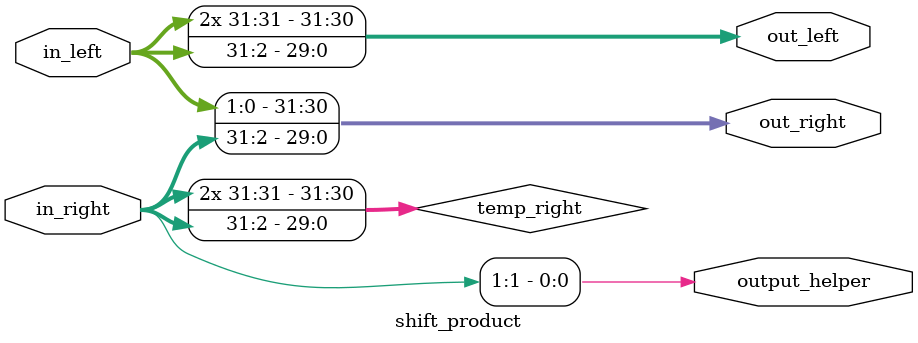
<source format=v>
module shift_product(in_left, in_right, output_helper, out_left, out_right);
    
    input signed [31:0] in_left, in_right;
    output output_helper;
    output signed [31:0] out_left, out_right;
    
    assign out_left = in_left >>> 2;
    assign output_helper = in_right[1];

    wire signed [31:0] temp_right;
    assign temp_right = in_right >>> 2;
    assign out_right[29:0] = temp_right[29:0];
    assign out_right[30] = in_left[0];
    assign out_right[31] = in_left[1];

endmodule
</source>
